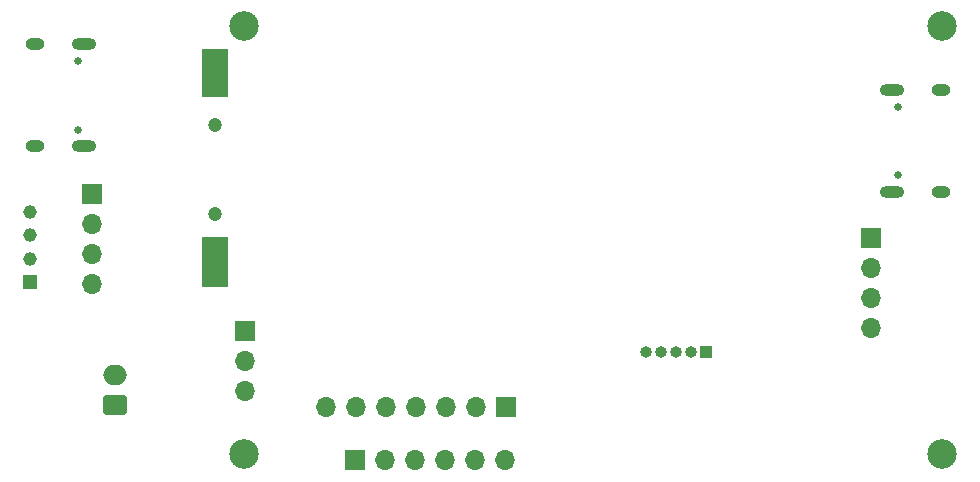
<source format=gbs>
G04 #@! TF.GenerationSoftware,KiCad,Pcbnew,6.0.8-f2edbf62ab~116~ubuntu20.04.1*
G04 #@! TF.CreationDate,2022-10-06T18:38:35+02:00*
G04 #@! TF.ProjectId,IT8951-HAT,49543839-3531-42d4-9841-542e6b696361,v1.2*
G04 #@! TF.SameCoordinates,Original*
G04 #@! TF.FileFunction,Soldermask,Bot*
G04 #@! TF.FilePolarity,Negative*
%FSLAX46Y46*%
G04 Gerber Fmt 4.6, Leading zero omitted, Abs format (unit mm)*
G04 Created by KiCad (PCBNEW 6.0.8-f2edbf62ab~116~ubuntu20.04.1) date 2022-10-06 18:38:35*
%MOMM*%
%LPD*%
G01*
G04 APERTURE LIST*
G04 Aperture macros list*
%AMRoundRect*
0 Rectangle with rounded corners*
0 $1 Rounding radius*
0 $2 $3 $4 $5 $6 $7 $8 $9 X,Y pos of 4 corners*
0 Add a 4 corners polygon primitive as box body*
4,1,4,$2,$3,$4,$5,$6,$7,$8,$9,$2,$3,0*
0 Add four circle primitives for the rounded corners*
1,1,$1+$1,$2,$3*
1,1,$1+$1,$4,$5*
1,1,$1+$1,$6,$7*
1,1,$1+$1,$8,$9*
0 Add four rect primitives between the rounded corners*
20,1,$1+$1,$2,$3,$4,$5,0*
20,1,$1+$1,$4,$5,$6,$7,0*
20,1,$1+$1,$6,$7,$8,$9,0*
20,1,$1+$1,$8,$9,$2,$3,0*%
G04 Aperture macros list end*
%ADD10R,1.700000X1.700000*%
%ADD11O,1.700000X1.700000*%
%ADD12C,2.500000*%
%ADD13RoundRect,0.250000X0.750000X-0.600000X0.750000X0.600000X-0.750000X0.600000X-0.750000X-0.600000X0*%
%ADD14O,2.000000X1.700000*%
%ADD15R,1.000000X1.000000*%
%ADD16O,1.000000X1.000000*%
%ADD17C,0.650000*%
%ADD18O,2.100000X1.000000*%
%ADD19O,1.600000X1.000000*%
%ADD20R,1.150000X1.150000*%
%ADD21C,1.150000*%
%ADD22C,1.200000*%
%ADD23R,2.300000X4.040000*%
%ADD24R,2.300000X4.350000*%
G04 APERTURE END LIST*
D10*
X93025000Y-76200000D03*
D11*
X93025000Y-78740000D03*
X93025000Y-81280000D03*
D10*
X115125000Y-82600000D03*
D11*
X112585000Y-82600000D03*
X110045000Y-82600000D03*
X107505000Y-82600000D03*
X104965000Y-82600000D03*
X102425000Y-82600000D03*
X99885000Y-82600000D03*
D12*
X152075000Y-50375000D03*
D13*
X82082500Y-82425000D03*
D14*
X82082500Y-79925000D03*
D10*
X80150000Y-64575000D03*
D11*
X80150000Y-67115000D03*
X80150000Y-69655000D03*
X80150000Y-72195000D03*
D15*
X132100000Y-77950000D03*
D16*
X130830000Y-77950000D03*
X129560000Y-77950000D03*
X128290000Y-77950000D03*
X127020000Y-77950000D03*
D12*
X92950000Y-86550000D03*
D17*
X78945000Y-59110000D03*
X78945000Y-53330000D03*
D18*
X79475000Y-51900000D03*
D19*
X75295000Y-60540000D03*
D18*
X79475000Y-60540000D03*
D19*
X75295000Y-51900000D03*
D17*
X148350000Y-62965000D03*
X148350000Y-57185000D03*
D18*
X147820000Y-55755000D03*
X147820000Y-64395000D03*
D19*
X152000000Y-55755000D03*
X152000000Y-64395000D03*
D10*
X102375000Y-87125000D03*
D11*
X104915000Y-87125000D03*
X107455000Y-87125000D03*
X109995000Y-87125000D03*
X112535000Y-87125000D03*
X115075000Y-87125000D03*
D20*
X74875000Y-72044989D03*
D21*
X74875000Y-70044988D03*
X74875000Y-68044989D03*
X74875000Y-66044988D03*
D12*
X152075000Y-86550000D03*
D10*
X146100000Y-68325000D03*
D11*
X146100000Y-70865000D03*
X146100000Y-73405000D03*
X146100000Y-75945000D03*
D12*
X92950000Y-50375000D03*
D22*
X90500000Y-66260000D03*
X90500000Y-58760000D03*
D23*
X90500000Y-54360000D03*
D24*
X90500000Y-70325000D03*
M02*

</source>
